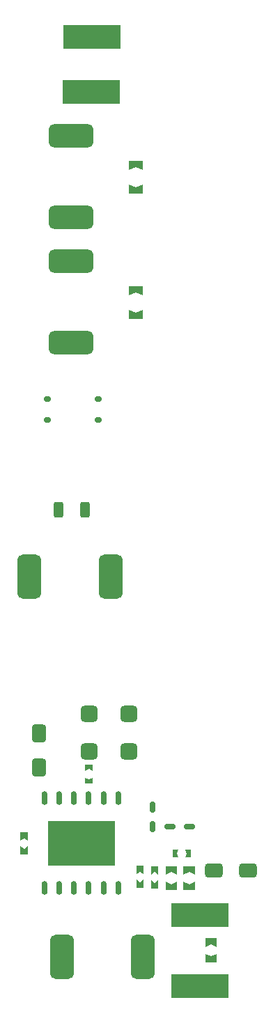
<source format=gtp>
G04 Layer_Color=8421504*
%FSLAX24Y24*%
%MOIN*%
G70*
G01*
G75*
G04:AMPARAMS|DCode=12|XSize=86.6mil|YSize=68.9mil|CornerRadius=17.2mil|HoleSize=0mil|Usage=FLASHONLY|Rotation=180.000|XOffset=0mil|YOffset=0mil|HoleType=Round|Shape=RoundedRectangle|*
%AMROUNDEDRECTD12*
21,1,0.0866,0.0344,0,0,180.0*
21,1,0.0522,0.0689,0,0,180.0*
1,1,0.0344,-0.0261,0.0172*
1,1,0.0344,0.0261,0.0172*
1,1,0.0344,0.0261,-0.0172*
1,1,0.0344,-0.0261,-0.0172*
%
%ADD12ROUNDEDRECTD12*%
%ADD13R,0.2756X0.1181*%
G04:AMPARAMS|DCode=14|XSize=212.6mil|YSize=114.2mil|CornerRadius=28.5mil|HoleSize=0mil|Usage=FLASHONLY|Rotation=180.000|XOffset=0mil|YOffset=0mil|HoleType=Round|Shape=RoundedRectangle|*
%AMROUNDEDRECTD14*
21,1,0.2126,0.0571,0,0,180.0*
21,1,0.1555,0.1142,0,0,180.0*
1,1,0.0571,-0.0778,0.0285*
1,1,0.0571,0.0778,0.0285*
1,1,0.0571,0.0778,-0.0285*
1,1,0.0571,-0.0778,-0.0285*
%
%ADD14ROUNDEDRECTD14*%
G04:AMPARAMS|DCode=16|XSize=212.6mil|YSize=114.2mil|CornerRadius=28.5mil|HoleSize=0mil|Usage=FLASHONLY|Rotation=270.000|XOffset=0mil|YOffset=0mil|HoleType=Round|Shape=RoundedRectangle|*
%AMROUNDEDRECTD16*
21,1,0.2126,0.0571,0,0,270.0*
21,1,0.1555,0.1142,0,0,270.0*
1,1,0.0571,-0.0285,-0.0778*
1,1,0.0571,-0.0285,0.0778*
1,1,0.0571,0.0285,0.0778*
1,1,0.0571,0.0285,-0.0778*
%
%ADD16ROUNDEDRECTD16*%
G04:AMPARAMS|DCode=17|XSize=86.6mil|YSize=68.9mil|CornerRadius=17.2mil|HoleSize=0mil|Usage=FLASHONLY|Rotation=270.000|XOffset=0mil|YOffset=0mil|HoleType=Round|Shape=RoundedRectangle|*
%AMROUNDEDRECTD17*
21,1,0.0866,0.0344,0,0,270.0*
21,1,0.0522,0.0689,0,0,270.0*
1,1,0.0344,-0.0172,-0.0261*
1,1,0.0344,-0.0172,0.0261*
1,1,0.0344,0.0172,0.0261*
1,1,0.0344,0.0172,-0.0261*
%
%ADD17ROUNDEDRECTD17*%
%ADD18R,0.3209X0.2169*%
%ADD19O,0.0280X0.0669*%
G04:AMPARAMS|DCode=20|XSize=47.2mil|YSize=74.8mil|CornerRadius=11.8mil|HoleSize=0mil|Usage=FLASHONLY|Rotation=0.000|XOffset=0mil|YOffset=0mil|HoleType=Round|Shape=RoundedRectangle|*
%AMROUNDEDRECTD20*
21,1,0.0472,0.0512,0,0,0.0*
21,1,0.0236,0.0748,0,0,0.0*
1,1,0.0236,0.0118,-0.0256*
1,1,0.0236,-0.0118,-0.0256*
1,1,0.0236,-0.0118,0.0256*
1,1,0.0236,0.0118,0.0256*
%
%ADD20ROUNDEDRECTD20*%
G04:AMPARAMS|DCode=21|XSize=82.7mil|YSize=78.7mil|CornerRadius=19.7mil|HoleSize=0mil|Usage=FLASHONLY|Rotation=180.000|XOffset=0mil|YOffset=0mil|HoleType=Round|Shape=RoundedRectangle|*
%AMROUNDEDRECTD21*
21,1,0.0827,0.0394,0,0,180.0*
21,1,0.0433,0.0787,0,0,180.0*
1,1,0.0394,-0.0217,0.0197*
1,1,0.0394,0.0217,0.0197*
1,1,0.0394,0.0217,-0.0197*
1,1,0.0394,-0.0217,-0.0197*
%
%ADD21ROUNDEDRECTD21*%
G04:AMPARAMS|DCode=24|XSize=53.2mil|YSize=25.6mil|CornerRadius=6.4mil|HoleSize=0mil|Usage=FLASHONLY|Rotation=90.000|XOffset=0mil|YOffset=0mil|HoleType=Round|Shape=RoundedRectangle|*
%AMROUNDEDRECTD24*
21,1,0.0532,0.0128,0,0,90.0*
21,1,0.0404,0.0256,0,0,90.0*
1,1,0.0128,0.0064,0.0202*
1,1,0.0128,0.0064,-0.0202*
1,1,0.0128,-0.0064,-0.0202*
1,1,0.0128,-0.0064,0.0202*
%
%ADD24ROUNDEDRECTD24*%
G04:AMPARAMS|DCode=26|XSize=53.2mil|YSize=25.6mil|CornerRadius=6.4mil|HoleSize=0mil|Usage=FLASHONLY|Rotation=180.000|XOffset=0mil|YOffset=0mil|HoleType=Round|Shape=RoundedRectangle|*
%AMROUNDEDRECTD26*
21,1,0.0532,0.0128,0,0,180.0*
21,1,0.0404,0.0256,0,0,180.0*
1,1,0.0128,-0.0202,0.0064*
1,1,0.0128,0.0202,0.0064*
1,1,0.0128,0.0202,-0.0064*
1,1,0.0128,-0.0202,-0.0064*
%
%ADD26ROUNDEDRECTD26*%
G04:AMPARAMS|DCode=28|XSize=23.6mil|YSize=31.5mil|CornerRadius=5.9mil|HoleSize=0mil|Usage=FLASHONLY|Rotation=270.000|XOffset=0mil|YOffset=0mil|HoleType=Round|Shape=RoundedRectangle|*
%AMROUNDEDRECTD28*
21,1,0.0236,0.0197,0,0,270.0*
21,1,0.0118,0.0315,0,0,270.0*
1,1,0.0118,-0.0098,-0.0059*
1,1,0.0118,-0.0098,0.0059*
1,1,0.0118,0.0098,0.0059*
1,1,0.0118,0.0098,-0.0059*
%
%ADD28ROUNDEDRECTD28*%
G36*
X27976Y36543D02*
X27700Y36671D01*
X27424Y36543D01*
Y36957D01*
X27976D01*
Y36543D01*
D02*
G37*
G36*
X26377Y35903D02*
X26023D01*
Y36297D01*
X26200Y36179D01*
X26377Y36297D01*
Y35903D01*
D02*
G37*
G36*
X28826Y36543D02*
X28550Y36671D01*
X28274Y36543D01*
Y36957D01*
X28826D01*
Y36543D01*
D02*
G37*
G36*
X26377Y36572D02*
X26200Y36691D01*
X26023Y36572D01*
Y36966D01*
X26377D01*
Y36572D01*
D02*
G37*
G36*
X27077Y36553D02*
X26900Y36671D01*
X26723Y36553D01*
Y36947D01*
X27077D01*
Y36553D01*
D02*
G37*
G36*
X29876Y33091D02*
X29600Y33219D01*
X29324Y33091D01*
Y33505D01*
X29876D01*
Y33091D01*
D02*
G37*
G36*
Y32343D02*
X29324D01*
Y32757D01*
X29600Y32629D01*
X29876Y32757D01*
Y32343D01*
D02*
G37*
G36*
X27976Y35795D02*
X27424D01*
Y36209D01*
X27700Y36081D01*
X27976Y36209D01*
Y35795D01*
D02*
G37*
G36*
X27077Y35884D02*
X26723D01*
Y36278D01*
X26900Y36159D01*
X27077Y36278D01*
Y35884D01*
D02*
G37*
G36*
X28826Y35795D02*
X28274D01*
Y36209D01*
X28550Y36081D01*
X28826Y36209D01*
Y35795D01*
D02*
G37*
G36*
X26344Y63152D02*
X25656D01*
Y63565D01*
X26000Y63447D01*
X26344Y63565D01*
Y63152D01*
D02*
G37*
G36*
X23927Y41522D02*
X23750Y41601D01*
X23573Y41522D01*
Y41798D01*
X23927D01*
Y41522D01*
D02*
G37*
G36*
X26344Y64293D02*
X26000Y64411D01*
X25656Y64293D01*
Y64707D01*
X26344D01*
Y64293D01*
D02*
G37*
G36*
Y70293D02*
X26000Y70411D01*
X25656Y70293D01*
Y70707D01*
X26344D01*
Y70293D01*
D02*
G37*
G36*
Y69152D02*
X25656D01*
Y69565D01*
X26000Y69447D01*
X26344Y69565D01*
Y69152D01*
D02*
G37*
G36*
X28638Y37373D02*
X28362D01*
X28441Y37550D01*
X28362Y37727D01*
X28638D01*
Y37373D01*
D02*
G37*
G36*
X27949Y37550D02*
X28028Y37373D01*
X27752D01*
Y37727D01*
X28028D01*
X27949Y37550D01*
D02*
G37*
G36*
X20827Y37503D02*
X20473D01*
Y37897D01*
X20650Y37779D01*
X20827Y37897D01*
Y37503D01*
D02*
G37*
G36*
X23927Y40912D02*
X23573D01*
Y41188D01*
X23750Y41109D01*
X23927Y41188D01*
Y40912D01*
D02*
G37*
G36*
X20827Y38172D02*
X20650Y38291D01*
X20473Y38172D01*
Y38566D01*
X20827D01*
Y38172D01*
D02*
G37*
D12*
X31357Y36750D02*
D03*
X29743D02*
D03*
D13*
X23850Y74000D02*
D03*
X23900Y76650D02*
D03*
X29050Y34600D02*
D03*
Y31200D02*
D03*
D14*
X22900Y68002D02*
D03*
Y71900D02*
D03*
Y62002D02*
D03*
Y65900D02*
D03*
D16*
X24798Y50800D02*
D03*
X20900D02*
D03*
X26348Y32600D02*
D03*
X22450D02*
D03*
D17*
X21350Y43307D02*
D03*
Y41693D02*
D03*
D18*
X23388Y38054D02*
D03*
D19*
X21646Y35909D02*
D03*
X22347D02*
D03*
X23048D02*
D03*
X23748D02*
D03*
X24449D02*
D03*
X25150D02*
D03*
X21646Y40200D02*
D03*
X22347D02*
D03*
X23048D02*
D03*
X23748D02*
D03*
X24449D02*
D03*
X25150D02*
D03*
D20*
X22300Y54000D02*
D03*
X23560D02*
D03*
D21*
X25650Y42444D02*
D03*
Y44256D02*
D03*
X23750D02*
D03*
Y42444D02*
D03*
D24*
X26800Y39772D02*
D03*
Y38828D02*
D03*
D26*
X27628Y38850D02*
D03*
X28572D02*
D03*
D28*
X24200Y59300D02*
D03*
Y58300D02*
D03*
X21779Y59300D02*
D03*
Y58300D02*
D03*
M02*

</source>
